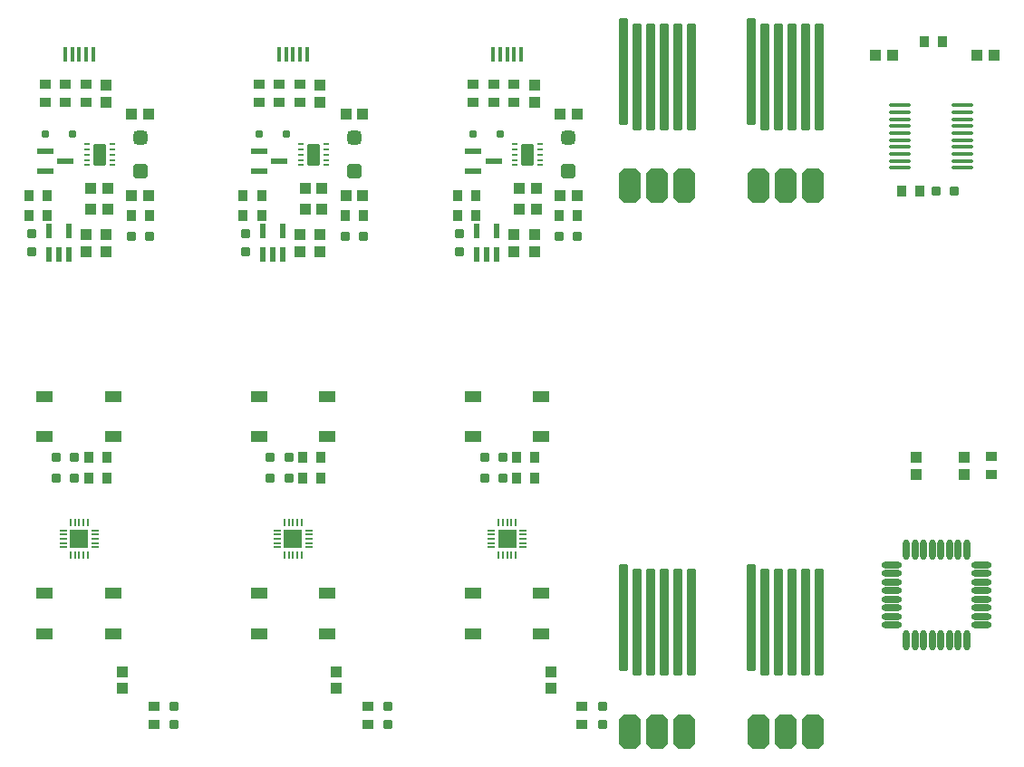
<source format=gtp>
G04*
G04 #@! TF.GenerationSoftware,Altium Limited,Altium Designer,20.1.12 (249)*
G04*
G04 Layer_Color=8421504*
%FSLAX25Y25*%
%MOIN*%
G70*
G04*
G04 #@! TF.SameCoordinates,93090BFA-B333-45B1-ADBD-1567DB3BF8F2*
G04*
G04*
G04 #@! TF.FilePolarity,Positive*
G04*
G01*
G75*
%ADD10O,0.02362X0.07677*%
%ADD11O,0.07677X0.02362*%
%ADD12R,0.03937X0.03937*%
%ADD13R,0.03937X0.03543*%
%ADD15O,0.08268X0.01378*%
G04:AMPARAMS|DCode=16|XSize=31.5mil|YSize=31.5mil|CornerRadius=3.94mil|HoleSize=0mil|Usage=FLASHONLY|Rotation=180.000|XOffset=0mil|YOffset=0mil|HoleType=Round|Shape=RoundedRectangle|*
%AMROUNDEDRECTD16*
21,1,0.03150,0.02362,0,0,180.0*
21,1,0.02362,0.03150,0,0,180.0*
1,1,0.00787,-0.01181,0.01181*
1,1,0.00787,0.01181,0.01181*
1,1,0.00787,0.01181,-0.01181*
1,1,0.00787,-0.01181,-0.01181*
%
%ADD16ROUNDEDRECTD16*%
%ADD17R,0.03543X0.03937*%
%ADD18R,0.03937X0.03937*%
G04:AMPARAMS|DCode=19|XSize=78.74mil|YSize=127.95mil|CornerRadius=0mil|HoleSize=0mil|Usage=FLASHONLY|Rotation=360.000|XOffset=0mil|YOffset=0mil|HoleType=Round|Shape=Octagon|*
%AMOCTAGOND19*
4,1,8,-0.01968,0.06398,0.01968,0.06398,0.03937,0.04429,0.03937,-0.04429,0.01968,-0.06398,-0.01968,-0.06398,-0.03937,-0.04429,-0.03937,0.04429,-0.01968,0.06398,0.0*
%
%ADD19OCTAGOND19*%

G04:AMPARAMS|DCode=20|XSize=35.43mil|YSize=393.7mil|CornerRadius=8.86mil|HoleSize=0mil|Usage=FLASHONLY|Rotation=180.000|XOffset=0mil|YOffset=0mil|HoleType=Round|Shape=RoundedRectangle|*
%AMROUNDEDRECTD20*
21,1,0.03543,0.37598,0,0,180.0*
21,1,0.01772,0.39370,0,0,180.0*
1,1,0.01772,-0.00886,0.18799*
1,1,0.01772,0.00886,0.18799*
1,1,0.01772,0.00886,-0.18799*
1,1,0.01772,-0.00886,-0.18799*
%
%ADD20ROUNDEDRECTD20*%
%ADD22R,0.03937X0.03937*%
%ADD23R,0.06299X0.03937*%
G04:AMPARAMS|DCode=24|XSize=31.5mil|YSize=31.5mil|CornerRadius=3.94mil|HoleSize=0mil|Usage=FLASHONLY|Rotation=270.000|XOffset=0mil|YOffset=0mil|HoleType=Round|Shape=RoundedRectangle|*
%AMROUNDEDRECTD24*
21,1,0.03150,0.02362,0,0,270.0*
21,1,0.02362,0.03150,0,0,270.0*
1,1,0.00787,-0.01181,-0.01181*
1,1,0.00787,-0.01181,0.01181*
1,1,0.00787,0.01181,0.01181*
1,1,0.00787,0.01181,-0.01181*
%
%ADD24ROUNDEDRECTD24*%
%ADD25R,0.00787X0.03150*%
%ADD26R,0.03150X0.00787*%
%ADD27R,0.07087X0.07087*%
%ADD28R,0.02165X0.05709*%
%ADD29R,0.02165X0.05709*%
G04:AMPARAMS|DCode=30|XSize=23.62mil|YSize=27.56mil|CornerRadius=2.95mil|HoleSize=0mil|Usage=FLASHONLY|Rotation=180.000|XOffset=0mil|YOffset=0mil|HoleType=Round|Shape=RoundedRectangle|*
%AMROUNDEDRECTD30*
21,1,0.02362,0.02165,0,0,180.0*
21,1,0.01772,0.02756,0,0,180.0*
1,1,0.00591,-0.00886,0.01083*
1,1,0.00591,0.00886,0.01083*
1,1,0.00591,0.00886,-0.01083*
1,1,0.00591,-0.00886,-0.01083*
%
%ADD30ROUNDEDRECTD30*%
%ADD31R,0.02362X0.00984*%
G04:AMPARAMS|DCode=32|XSize=78.74mil|YSize=47.24mil|CornerRadius=5.91mil|HoleSize=0mil|Usage=FLASHONLY|Rotation=270.000|XOffset=0mil|YOffset=0mil|HoleType=Round|Shape=RoundedRectangle|*
%AMROUNDEDRECTD32*
21,1,0.07874,0.03543,0,0,270.0*
21,1,0.06693,0.04724,0,0,270.0*
1,1,0.01181,-0.01772,-0.03347*
1,1,0.01181,-0.01772,0.03347*
1,1,0.01181,0.01772,0.03347*
1,1,0.01181,0.01772,-0.03347*
%
%ADD32ROUNDEDRECTD32*%
G04:AMPARAMS|DCode=33|XSize=51.18mil|YSize=51.18mil|CornerRadius=6.4mil|HoleSize=0mil|Usage=FLASHONLY|Rotation=270.000|XOffset=0mil|YOffset=0mil|HoleType=Round|Shape=RoundedRectangle|*
%AMROUNDEDRECTD33*
21,1,0.05118,0.03839,0,0,270.0*
21,1,0.03839,0.05118,0,0,270.0*
1,1,0.01280,-0.01919,-0.01919*
1,1,0.01280,-0.01919,0.01919*
1,1,0.01280,0.01919,0.01919*
1,1,0.01280,0.01919,-0.01919*
%
%ADD33ROUNDEDRECTD33*%
G04:AMPARAMS|DCode=34|XSize=51.18mil|YSize=51.18mil|CornerRadius=12.8mil|HoleSize=0mil|Usage=FLASHONLY|Rotation=270.000|XOffset=0mil|YOffset=0mil|HoleType=Round|Shape=RoundedRectangle|*
%AMROUNDEDRECTD34*
21,1,0.05118,0.02559,0,0,270.0*
21,1,0.02559,0.05118,0,0,270.0*
1,1,0.02559,-0.01280,-0.01280*
1,1,0.02559,-0.01280,0.01280*
1,1,0.02559,0.01280,0.01280*
1,1,0.02559,0.01280,-0.01280*
%
%ADD34ROUNDEDRECTD34*%
%ADD35R,0.05906X0.02362*%
%ADD36R,0.01575X0.05315*%
D10*
X365827Y74744D02*
D03*
X362677D02*
D03*
X359528D02*
D03*
X356378D02*
D03*
X353228D02*
D03*
X350079D02*
D03*
X346929D02*
D03*
X343779D02*
D03*
Y41476D02*
D03*
X346929D02*
D03*
X350079D02*
D03*
X353228D02*
D03*
X356378D02*
D03*
X359528D02*
D03*
X362677D02*
D03*
X365827D02*
D03*
D11*
X338169Y69134D02*
D03*
Y65984D02*
D03*
Y62835D02*
D03*
Y59685D02*
D03*
Y56536D02*
D03*
Y53386D02*
D03*
Y50236D02*
D03*
Y47087D02*
D03*
X371437D02*
D03*
Y50236D02*
D03*
Y53386D02*
D03*
Y56536D02*
D03*
Y59685D02*
D03*
Y62835D02*
D03*
Y65984D02*
D03*
Y69134D02*
D03*
D12*
X347303Y108760D02*
D03*
Y102461D02*
D03*
X364803Y108760D02*
D03*
Y102461D02*
D03*
X199350Y184567D02*
D03*
Y190866D02*
D03*
X206850D02*
D03*
Y184567D02*
D03*
Y245866D02*
D03*
Y239567D02*
D03*
X120610Y184567D02*
D03*
Y190866D02*
D03*
X128110D02*
D03*
Y184567D02*
D03*
Y245866D02*
D03*
Y239567D02*
D03*
X41870Y184567D02*
D03*
Y190866D02*
D03*
X49370D02*
D03*
Y184567D02*
D03*
Y245866D02*
D03*
Y239567D02*
D03*
D13*
X374803Y108957D02*
D03*
Y102264D02*
D03*
X224350Y10394D02*
D03*
Y17087D02*
D03*
X145610Y10394D02*
D03*
Y17087D02*
D03*
X184350Y239370D02*
D03*
Y246063D02*
D03*
X191850Y239370D02*
D03*
Y246063D02*
D03*
X199350Y239370D02*
D03*
Y246063D02*
D03*
X105610Y239370D02*
D03*
Y246063D02*
D03*
X113110Y239370D02*
D03*
Y246063D02*
D03*
X120610Y239370D02*
D03*
Y246063D02*
D03*
X26870Y239370D02*
D03*
Y246063D02*
D03*
X34370Y239370D02*
D03*
Y246063D02*
D03*
X41870Y239370D02*
D03*
Y246063D02*
D03*
X66870Y10394D02*
D03*
Y17087D02*
D03*
D15*
X364252Y215335D02*
D03*
Y217894D02*
D03*
Y220453D02*
D03*
Y223012D02*
D03*
Y225571D02*
D03*
Y228130D02*
D03*
Y230689D02*
D03*
Y233248D02*
D03*
Y235807D02*
D03*
Y238366D02*
D03*
X341417Y215335D02*
D03*
Y217894D02*
D03*
Y220453D02*
D03*
Y223012D02*
D03*
Y225571D02*
D03*
Y228130D02*
D03*
Y230689D02*
D03*
Y233248D02*
D03*
Y235807D02*
D03*
Y238366D02*
D03*
D16*
X354488Y206850D02*
D03*
X361181D02*
D03*
X195197Y101240D02*
D03*
X188504D02*
D03*
Y108740D02*
D03*
X195197D02*
D03*
X116457Y101240D02*
D03*
X109764D02*
D03*
Y108740D02*
D03*
X116457D02*
D03*
X222697Y190217D02*
D03*
X216004D02*
D03*
X143957D02*
D03*
X137264D02*
D03*
X65216D02*
D03*
X58524D02*
D03*
X37716Y101240D02*
D03*
X31024D02*
D03*
Y108740D02*
D03*
X37716D02*
D03*
D17*
X348681Y206850D02*
D03*
X341988D02*
D03*
X350335Y261850D02*
D03*
X357028D02*
D03*
X207106Y101240D02*
D03*
X200413D02*
D03*
X207106Y108740D02*
D03*
X200413D02*
D03*
X128366Y101240D02*
D03*
X121673D02*
D03*
X128366Y108740D02*
D03*
X121673D02*
D03*
X216004Y197717D02*
D03*
X222697D02*
D03*
X185197D02*
D03*
X178504D02*
D03*
X185197Y205217D02*
D03*
X178504D02*
D03*
X137264Y197717D02*
D03*
X143957D02*
D03*
X106457D02*
D03*
X99764D02*
D03*
X106457Y205217D02*
D03*
X99764D02*
D03*
X58524Y197717D02*
D03*
X65216D02*
D03*
X27717D02*
D03*
X21024D02*
D03*
X27717Y205217D02*
D03*
X21024D02*
D03*
X49626Y101240D02*
D03*
X42933D02*
D03*
X49626Y108740D02*
D03*
X42933D02*
D03*
D18*
X369685Y256850D02*
D03*
X375984D02*
D03*
X338484D02*
D03*
X332185D02*
D03*
X207500Y200217D02*
D03*
X201201D02*
D03*
X207500Y207717D02*
D03*
X201201D02*
D03*
X216201Y205217D02*
D03*
X222500D02*
D03*
Y235217D02*
D03*
X216201D02*
D03*
X128760Y200217D02*
D03*
X122461D02*
D03*
X128760Y207717D02*
D03*
X122461D02*
D03*
X137461Y205217D02*
D03*
X143760D02*
D03*
Y235217D02*
D03*
X137461D02*
D03*
X50020Y200217D02*
D03*
X43720D02*
D03*
X50020Y207717D02*
D03*
X43720D02*
D03*
X58720Y205217D02*
D03*
X65020D02*
D03*
Y235217D02*
D03*
X58720D02*
D03*
D19*
X289213Y7874D02*
D03*
X299213D02*
D03*
X309213D02*
D03*
X241968D02*
D03*
X251969D02*
D03*
X261968D02*
D03*
X289213Y208661D02*
D03*
X299213D02*
D03*
X309213D02*
D03*
X241968D02*
D03*
X251969D02*
D03*
X261968D02*
D03*
D20*
X301713Y47933D02*
D03*
X291713D02*
D03*
X311713D02*
D03*
X306713D02*
D03*
X296713D02*
D03*
X286713Y49803D02*
D03*
X254468Y47933D02*
D03*
X244468D02*
D03*
X264469D02*
D03*
X259469D02*
D03*
X249468D02*
D03*
X239469Y49803D02*
D03*
X301713Y248721D02*
D03*
X291713D02*
D03*
X311713D02*
D03*
X306713D02*
D03*
X296713D02*
D03*
X286713Y250590D02*
D03*
X254468Y248721D02*
D03*
X244468D02*
D03*
X264469D02*
D03*
X259469D02*
D03*
X249468D02*
D03*
X239469Y250590D02*
D03*
D22*
X212850Y29890D02*
D03*
Y23591D02*
D03*
X134110Y29890D02*
D03*
Y23591D02*
D03*
X55370Y29890D02*
D03*
Y23591D02*
D03*
D23*
X184252Y58720D02*
D03*
Y43760D02*
D03*
X209449D02*
D03*
Y58720D02*
D03*
X184252Y131220D02*
D03*
Y116260D02*
D03*
X209449D02*
D03*
Y131220D02*
D03*
X105512Y58720D02*
D03*
Y43760D02*
D03*
X130709D02*
D03*
Y58720D02*
D03*
X105512Y131220D02*
D03*
Y116260D02*
D03*
X130709D02*
D03*
Y131220D02*
D03*
X26772Y58720D02*
D03*
Y43760D02*
D03*
X51968D02*
D03*
Y58720D02*
D03*
X26772Y131220D02*
D03*
Y116260D02*
D03*
X51968D02*
D03*
Y131220D02*
D03*
D24*
X231850Y17087D02*
D03*
Y10394D02*
D03*
X153110Y17087D02*
D03*
Y10394D02*
D03*
X179350Y184370D02*
D03*
Y191063D02*
D03*
X100610Y184370D02*
D03*
Y191063D02*
D03*
X21870Y184370D02*
D03*
Y191063D02*
D03*
X74370Y17087D02*
D03*
Y10394D02*
D03*
D25*
X193701Y72835D02*
D03*
X195276D02*
D03*
X196850D02*
D03*
X198425D02*
D03*
X200000D02*
D03*
Y84646D02*
D03*
X198425D02*
D03*
X196850D02*
D03*
X195276D02*
D03*
X193701D02*
D03*
X114961Y72835D02*
D03*
X116535D02*
D03*
X118110D02*
D03*
X119685D02*
D03*
X121260D02*
D03*
Y84646D02*
D03*
X119685D02*
D03*
X118110D02*
D03*
X116535D02*
D03*
X114961D02*
D03*
X36220Y72835D02*
D03*
X37795D02*
D03*
X39370D02*
D03*
X40945D02*
D03*
X42520D02*
D03*
Y84646D02*
D03*
X40945D02*
D03*
X39370D02*
D03*
X37795D02*
D03*
X36220D02*
D03*
D26*
X202756Y75590D02*
D03*
Y77165D02*
D03*
Y78740D02*
D03*
Y80315D02*
D03*
Y81890D02*
D03*
X190945D02*
D03*
Y80315D02*
D03*
Y78740D02*
D03*
Y77165D02*
D03*
Y75590D02*
D03*
X124016D02*
D03*
Y77165D02*
D03*
Y78740D02*
D03*
Y80315D02*
D03*
Y81890D02*
D03*
X112205D02*
D03*
Y80315D02*
D03*
Y78740D02*
D03*
Y77165D02*
D03*
Y75590D02*
D03*
X45276D02*
D03*
Y77165D02*
D03*
Y78740D02*
D03*
Y80315D02*
D03*
Y81890D02*
D03*
X33465D02*
D03*
Y80315D02*
D03*
Y78740D02*
D03*
Y77165D02*
D03*
Y75590D02*
D03*
D27*
X196850Y78740D02*
D03*
X118110D02*
D03*
X39370D02*
D03*
D28*
X185610Y191949D02*
D03*
X193091D02*
D03*
Y183484D02*
D03*
X189350D02*
D03*
X106870Y191949D02*
D03*
X114350D02*
D03*
Y183484D02*
D03*
X110610D02*
D03*
X28130Y191949D02*
D03*
X35610D02*
D03*
Y183484D02*
D03*
X31870D02*
D03*
D29*
X185610Y183484D02*
D03*
X106870D02*
D03*
X28130D02*
D03*
D30*
X194272Y227717D02*
D03*
X184429D02*
D03*
X115532D02*
D03*
X105689D02*
D03*
X36791D02*
D03*
X26949D02*
D03*
D31*
X208957Y216280D02*
D03*
Y218248D02*
D03*
Y220217D02*
D03*
Y222185D02*
D03*
Y224154D02*
D03*
X199744Y216280D02*
D03*
Y218248D02*
D03*
Y220217D02*
D03*
Y222185D02*
D03*
Y224154D02*
D03*
X130217Y216280D02*
D03*
Y218248D02*
D03*
Y220217D02*
D03*
Y222185D02*
D03*
Y224154D02*
D03*
X121004Y216280D02*
D03*
Y218248D02*
D03*
Y220217D02*
D03*
Y222185D02*
D03*
Y224154D02*
D03*
X51476Y216280D02*
D03*
Y218248D02*
D03*
Y220217D02*
D03*
Y222185D02*
D03*
Y224154D02*
D03*
X42264Y216280D02*
D03*
Y218248D02*
D03*
Y220217D02*
D03*
Y222185D02*
D03*
Y224154D02*
D03*
D32*
X204350Y220217D02*
D03*
X125610D02*
D03*
X46870D02*
D03*
D33*
X219350Y214114D02*
D03*
X140610D02*
D03*
X61870D02*
D03*
D34*
X219350Y226319D02*
D03*
X140610D02*
D03*
X61870D02*
D03*
D35*
X191850Y217717D02*
D03*
X184370Y213976D02*
D03*
Y221457D02*
D03*
X113110Y217717D02*
D03*
X105630Y213976D02*
D03*
Y221457D02*
D03*
X34370Y217717D02*
D03*
X26890Y213976D02*
D03*
Y221457D02*
D03*
D36*
X196850Y257087D02*
D03*
X194291D02*
D03*
X191732D02*
D03*
X199409D02*
D03*
X201969D02*
D03*
X118110D02*
D03*
X115551D02*
D03*
X112992D02*
D03*
X120669D02*
D03*
X123228D02*
D03*
X39370D02*
D03*
X36811D02*
D03*
X34252D02*
D03*
X41929D02*
D03*
X44488D02*
D03*
M02*

</source>
